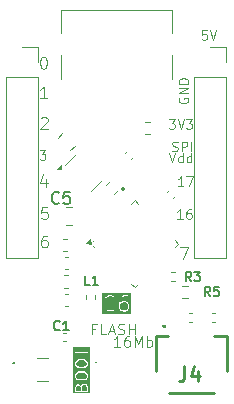
<source format=gbr>
%TF.GenerationSoftware,KiCad,Pcbnew,7.0.11-7.0.11~ubuntu22.04.1*%
%TF.CreationDate,2024-10-26T23:49:30+02:00*%
%TF.ProjectId,C6-40-Flash-test,43362d34-302d-4466-9c61-73682d746573,1.0*%
%TF.SameCoordinates,Original*%
%TF.FileFunction,Legend,Top*%
%TF.FilePolarity,Positive*%
%FSLAX46Y46*%
G04 Gerber Fmt 4.6, Leading zero omitted, Abs format (unit mm)*
G04 Created by KiCad (PCBNEW 7.0.11-7.0.11~ubuntu22.04.1) date 2024-10-26 23:49:30*
%MOMM*%
%LPD*%
G01*
G04 APERTURE LIST*
%ADD10C,0.100000*%
%ADD11C,0.254000*%
%ADD12C,0.150000*%
%ADD13C,0.140000*%
%ADD14C,0.120000*%
%ADD15C,0.200000*%
%ADD16C,0.152400*%
G04 APERTURE END LIST*
D10*
X142501503Y-108584657D02*
X141987217Y-108584657D01*
X142244360Y-108584657D02*
X142244360Y-107684657D01*
X142244360Y-107684657D02*
X142158646Y-107813228D01*
X142158646Y-107813228D02*
X142072931Y-107898942D01*
X142072931Y-107898942D02*
X141987217Y-107941800D01*
X143272932Y-107684657D02*
X143101503Y-107684657D01*
X143101503Y-107684657D02*
X143015789Y-107727514D01*
X143015789Y-107727514D02*
X142972932Y-107770371D01*
X142972932Y-107770371D02*
X142887217Y-107898942D01*
X142887217Y-107898942D02*
X142844360Y-108070371D01*
X142844360Y-108070371D02*
X142844360Y-108413228D01*
X142844360Y-108413228D02*
X142887217Y-108498942D01*
X142887217Y-108498942D02*
X142930074Y-108541800D01*
X142930074Y-108541800D02*
X143015789Y-108584657D01*
X143015789Y-108584657D02*
X143187217Y-108584657D01*
X143187217Y-108584657D02*
X143272932Y-108541800D01*
X143272932Y-108541800D02*
X143315789Y-108498942D01*
X143315789Y-108498942D02*
X143358646Y-108413228D01*
X143358646Y-108413228D02*
X143358646Y-108198942D01*
X143358646Y-108198942D02*
X143315789Y-108113228D01*
X143315789Y-108113228D02*
X143272932Y-108070371D01*
X143272932Y-108070371D02*
X143187217Y-108027514D01*
X143187217Y-108027514D02*
X143015789Y-108027514D01*
X143015789Y-108027514D02*
X142930074Y-108070371D01*
X142930074Y-108070371D02*
X142887217Y-108113228D01*
X142887217Y-108113228D02*
X142844360Y-108198942D01*
X143744360Y-108584657D02*
X143744360Y-107684657D01*
X143744360Y-107684657D02*
X144044360Y-108327514D01*
X144044360Y-108327514D02*
X144344360Y-107684657D01*
X144344360Y-107684657D02*
X144344360Y-108584657D01*
X144772931Y-108584657D02*
X144772931Y-107684657D01*
X144772931Y-108027514D02*
X144858646Y-107984657D01*
X144858646Y-107984657D02*
X145030074Y-107984657D01*
X145030074Y-107984657D02*
X145115788Y-108027514D01*
X145115788Y-108027514D02*
X145158646Y-108070371D01*
X145158646Y-108070371D02*
X145201503Y-108156085D01*
X145201503Y-108156085D02*
X145201503Y-108413228D01*
X145201503Y-108413228D02*
X145158646Y-108498942D01*
X145158646Y-108498942D02*
X145115788Y-108541800D01*
X145115788Y-108541800D02*
X145030074Y-108584657D01*
X145030074Y-108584657D02*
X144858646Y-108584657D01*
X144858646Y-108584657D02*
X144772931Y-108541800D01*
X146918169Y-91978800D02*
X147032455Y-92016895D01*
X147032455Y-92016895D02*
X147222931Y-92016895D01*
X147222931Y-92016895D02*
X147299122Y-91978800D01*
X147299122Y-91978800D02*
X147337217Y-91940704D01*
X147337217Y-91940704D02*
X147375312Y-91864514D01*
X147375312Y-91864514D02*
X147375312Y-91788323D01*
X147375312Y-91788323D02*
X147337217Y-91712133D01*
X147337217Y-91712133D02*
X147299122Y-91674038D01*
X147299122Y-91674038D02*
X147222931Y-91635942D01*
X147222931Y-91635942D02*
X147070550Y-91597847D01*
X147070550Y-91597847D02*
X146994360Y-91559752D01*
X146994360Y-91559752D02*
X146956265Y-91521657D01*
X146956265Y-91521657D02*
X146918169Y-91445466D01*
X146918169Y-91445466D02*
X146918169Y-91369276D01*
X146918169Y-91369276D02*
X146956265Y-91293085D01*
X146956265Y-91293085D02*
X146994360Y-91254990D01*
X146994360Y-91254990D02*
X147070550Y-91216895D01*
X147070550Y-91216895D02*
X147261027Y-91216895D01*
X147261027Y-91216895D02*
X147375312Y-91254990D01*
X147718170Y-92016895D02*
X147718170Y-91216895D01*
X147718170Y-91216895D02*
X148022932Y-91216895D01*
X148022932Y-91216895D02*
X148099122Y-91254990D01*
X148099122Y-91254990D02*
X148137217Y-91293085D01*
X148137217Y-91293085D02*
X148175313Y-91369276D01*
X148175313Y-91369276D02*
X148175313Y-91483561D01*
X148175313Y-91483561D02*
X148137217Y-91559752D01*
X148137217Y-91559752D02*
X148099122Y-91597847D01*
X148099122Y-91597847D02*
X148022932Y-91635942D01*
X148022932Y-91635942D02*
X147718170Y-91635942D01*
X148518170Y-92016895D02*
X148518170Y-91216895D01*
X136330074Y-96772419D02*
X135853884Y-96772419D01*
X135853884Y-96772419D02*
X135806265Y-97248609D01*
X135806265Y-97248609D02*
X135853884Y-97200990D01*
X135853884Y-97200990D02*
X135949122Y-97153371D01*
X135949122Y-97153371D02*
X136187217Y-97153371D01*
X136187217Y-97153371D02*
X136282455Y-97200990D01*
X136282455Y-97200990D02*
X136330074Y-97248609D01*
X136330074Y-97248609D02*
X136377693Y-97343847D01*
X136377693Y-97343847D02*
X136377693Y-97581942D01*
X136377693Y-97581942D02*
X136330074Y-97677180D01*
X136330074Y-97677180D02*
X136282455Y-97724800D01*
X136282455Y-97724800D02*
X136187217Y-97772419D01*
X136187217Y-97772419D02*
X135949122Y-97772419D01*
X135949122Y-97772419D02*
X135853884Y-97724800D01*
X135853884Y-97724800D02*
X135806265Y-97677180D01*
X146640074Y-89346895D02*
X147135312Y-89346895D01*
X147135312Y-89346895D02*
X146868646Y-89651657D01*
X146868646Y-89651657D02*
X146982931Y-89651657D01*
X146982931Y-89651657D02*
X147059122Y-89689752D01*
X147059122Y-89689752D02*
X147097217Y-89727847D01*
X147097217Y-89727847D02*
X147135312Y-89804038D01*
X147135312Y-89804038D02*
X147135312Y-89994514D01*
X147135312Y-89994514D02*
X147097217Y-90070704D01*
X147097217Y-90070704D02*
X147059122Y-90108800D01*
X147059122Y-90108800D02*
X146982931Y-90146895D01*
X146982931Y-90146895D02*
X146754360Y-90146895D01*
X146754360Y-90146895D02*
X146678169Y-90108800D01*
X146678169Y-90108800D02*
X146640074Y-90070704D01*
X147363884Y-89346895D02*
X147630551Y-90146895D01*
X147630551Y-90146895D02*
X147897217Y-89346895D01*
X148087693Y-89346895D02*
X148582931Y-89346895D01*
X148582931Y-89346895D02*
X148316265Y-89651657D01*
X148316265Y-89651657D02*
X148430550Y-89651657D01*
X148430550Y-89651657D02*
X148506741Y-89689752D01*
X148506741Y-89689752D02*
X148544836Y-89727847D01*
X148544836Y-89727847D02*
X148582931Y-89804038D01*
X148582931Y-89804038D02*
X148582931Y-89994514D01*
X148582931Y-89994514D02*
X148544836Y-90070704D01*
X148544836Y-90070704D02*
X148506741Y-90108800D01*
X148506741Y-90108800D02*
X148430550Y-90146895D01*
X148430550Y-90146895D02*
X148201979Y-90146895D01*
X148201979Y-90146895D02*
X148125788Y-90108800D01*
X148125788Y-90108800D02*
X148087693Y-90070704D01*
X147785312Y-97736895D02*
X147328169Y-97736895D01*
X147556741Y-97736895D02*
X147556741Y-96936895D01*
X147556741Y-96936895D02*
X147480550Y-97051180D01*
X147480550Y-97051180D02*
X147404360Y-97127371D01*
X147404360Y-97127371D02*
X147328169Y-97165466D01*
X148471027Y-96936895D02*
X148318646Y-96936895D01*
X148318646Y-96936895D02*
X148242455Y-96974990D01*
X148242455Y-96974990D02*
X148204360Y-97013085D01*
X148204360Y-97013085D02*
X148128170Y-97127371D01*
X148128170Y-97127371D02*
X148090074Y-97279752D01*
X148090074Y-97279752D02*
X148090074Y-97584514D01*
X148090074Y-97584514D02*
X148128170Y-97660704D01*
X148128170Y-97660704D02*
X148166265Y-97698800D01*
X148166265Y-97698800D02*
X148242455Y-97736895D01*
X148242455Y-97736895D02*
X148394836Y-97736895D01*
X148394836Y-97736895D02*
X148471027Y-97698800D01*
X148471027Y-97698800D02*
X148509122Y-97660704D01*
X148509122Y-97660704D02*
X148547217Y-97584514D01*
X148547217Y-97584514D02*
X148547217Y-97394038D01*
X148547217Y-97394038D02*
X148509122Y-97317847D01*
X148509122Y-97317847D02*
X148471027Y-97279752D01*
X148471027Y-97279752D02*
X148394836Y-97241657D01*
X148394836Y-97241657D02*
X148242455Y-97241657D01*
X148242455Y-97241657D02*
X148166265Y-97279752D01*
X148166265Y-97279752D02*
X148128170Y-97317847D01*
X148128170Y-97317847D02*
X148090074Y-97394038D01*
X140405074Y-107063228D02*
X140105074Y-107063228D01*
X140105074Y-107534657D02*
X140105074Y-106634657D01*
X140105074Y-106634657D02*
X140533646Y-106634657D01*
X141305075Y-107534657D02*
X140876503Y-107534657D01*
X140876503Y-107534657D02*
X140876503Y-106634657D01*
X141562217Y-107277514D02*
X141990789Y-107277514D01*
X141476503Y-107534657D02*
X141776503Y-106634657D01*
X141776503Y-106634657D02*
X142076503Y-107534657D01*
X142333646Y-107491800D02*
X142462218Y-107534657D01*
X142462218Y-107534657D02*
X142676503Y-107534657D01*
X142676503Y-107534657D02*
X142762218Y-107491800D01*
X142762218Y-107491800D02*
X142805075Y-107448942D01*
X142805075Y-107448942D02*
X142847932Y-107363228D01*
X142847932Y-107363228D02*
X142847932Y-107277514D01*
X142847932Y-107277514D02*
X142805075Y-107191800D01*
X142805075Y-107191800D02*
X142762218Y-107148942D01*
X142762218Y-107148942D02*
X142676503Y-107106085D01*
X142676503Y-107106085D02*
X142505075Y-107063228D01*
X142505075Y-107063228D02*
X142419360Y-107020371D01*
X142419360Y-107020371D02*
X142376503Y-106977514D01*
X142376503Y-106977514D02*
X142333646Y-106891800D01*
X142333646Y-106891800D02*
X142333646Y-106806085D01*
X142333646Y-106806085D02*
X142376503Y-106720371D01*
X142376503Y-106720371D02*
X142419360Y-106677514D01*
X142419360Y-106677514D02*
X142505075Y-106634657D01*
X142505075Y-106634657D02*
X142719360Y-106634657D01*
X142719360Y-106634657D02*
X142847932Y-106677514D01*
X143233646Y-107534657D02*
X143233646Y-106634657D01*
X143233646Y-107063228D02*
X143747932Y-107063228D01*
X143747932Y-107534657D02*
X143747932Y-106634657D01*
X147504990Y-87524687D02*
X147466895Y-87600877D01*
X147466895Y-87600877D02*
X147466895Y-87715163D01*
X147466895Y-87715163D02*
X147504990Y-87829449D01*
X147504990Y-87829449D02*
X147581180Y-87905639D01*
X147581180Y-87905639D02*
X147657371Y-87943734D01*
X147657371Y-87943734D02*
X147809752Y-87981830D01*
X147809752Y-87981830D02*
X147924038Y-87981830D01*
X147924038Y-87981830D02*
X148076419Y-87943734D01*
X148076419Y-87943734D02*
X148152609Y-87905639D01*
X148152609Y-87905639D02*
X148228800Y-87829449D01*
X148228800Y-87829449D02*
X148266895Y-87715163D01*
X148266895Y-87715163D02*
X148266895Y-87638972D01*
X148266895Y-87638972D02*
X148228800Y-87524687D01*
X148228800Y-87524687D02*
X148190704Y-87486591D01*
X148190704Y-87486591D02*
X147924038Y-87486591D01*
X147924038Y-87486591D02*
X147924038Y-87638972D01*
X148266895Y-87143734D02*
X147466895Y-87143734D01*
X147466895Y-87143734D02*
X148266895Y-86686591D01*
X148266895Y-86686591D02*
X147466895Y-86686591D01*
X148266895Y-86305639D02*
X147466895Y-86305639D01*
X147466895Y-86305639D02*
X147466895Y-86115163D01*
X147466895Y-86115163D02*
X147504990Y-86000877D01*
X147504990Y-86000877D02*
X147581180Y-85924687D01*
X147581180Y-85924687D02*
X147657371Y-85886592D01*
X147657371Y-85886592D02*
X147809752Y-85848496D01*
X147809752Y-85848496D02*
X147924038Y-85848496D01*
X147924038Y-85848496D02*
X148076419Y-85886592D01*
X148076419Y-85886592D02*
X148152609Y-85924687D01*
X148152609Y-85924687D02*
X148228800Y-86000877D01*
X148228800Y-86000877D02*
X148266895Y-86115163D01*
X148266895Y-86115163D02*
X148266895Y-86305639D01*
X135680074Y-91946895D02*
X136175312Y-91946895D01*
X136175312Y-91946895D02*
X135908646Y-92251657D01*
X135908646Y-92251657D02*
X136022931Y-92251657D01*
X136022931Y-92251657D02*
X136099122Y-92289752D01*
X136099122Y-92289752D02*
X136137217Y-92327847D01*
X136137217Y-92327847D02*
X136175312Y-92404038D01*
X136175312Y-92404038D02*
X136175312Y-92594514D01*
X136175312Y-92594514D02*
X136137217Y-92670704D01*
X136137217Y-92670704D02*
X136099122Y-92708800D01*
X136099122Y-92708800D02*
X136022931Y-92746895D01*
X136022931Y-92746895D02*
X135794360Y-92746895D01*
X135794360Y-92746895D02*
X135718169Y-92708800D01*
X135718169Y-92708800D02*
X135680074Y-92670704D01*
X135791265Y-89252657D02*
X135838884Y-89205038D01*
X135838884Y-89205038D02*
X135934122Y-89157419D01*
X135934122Y-89157419D02*
X136172217Y-89157419D01*
X136172217Y-89157419D02*
X136267455Y-89205038D01*
X136267455Y-89205038D02*
X136315074Y-89252657D01*
X136315074Y-89252657D02*
X136362693Y-89347895D01*
X136362693Y-89347895D02*
X136362693Y-89443133D01*
X136362693Y-89443133D02*
X136315074Y-89585990D01*
X136315074Y-89585990D02*
X135743646Y-90157419D01*
X135743646Y-90157419D02*
X136362693Y-90157419D01*
X146651979Y-92186895D02*
X146918646Y-92986895D01*
X146918646Y-92986895D02*
X147185312Y-92186895D01*
X147794836Y-92986895D02*
X147794836Y-92186895D01*
X147794836Y-92948800D02*
X147718645Y-92986895D01*
X147718645Y-92986895D02*
X147566264Y-92986895D01*
X147566264Y-92986895D02*
X147490074Y-92948800D01*
X147490074Y-92948800D02*
X147451979Y-92910704D01*
X147451979Y-92910704D02*
X147413883Y-92834514D01*
X147413883Y-92834514D02*
X147413883Y-92605942D01*
X147413883Y-92605942D02*
X147451979Y-92529752D01*
X147451979Y-92529752D02*
X147490074Y-92491657D01*
X147490074Y-92491657D02*
X147566264Y-92453561D01*
X147566264Y-92453561D02*
X147718645Y-92453561D01*
X147718645Y-92453561D02*
X147794836Y-92491657D01*
X148518646Y-92986895D02*
X148518646Y-92186895D01*
X148518646Y-92948800D02*
X148442455Y-92986895D01*
X148442455Y-92986895D02*
X148290074Y-92986895D01*
X148290074Y-92986895D02*
X148213884Y-92948800D01*
X148213884Y-92948800D02*
X148175789Y-92910704D01*
X148175789Y-92910704D02*
X148137693Y-92834514D01*
X148137693Y-92834514D02*
X148137693Y-92605942D01*
X148137693Y-92605942D02*
X148175789Y-92529752D01*
X148175789Y-92529752D02*
X148213884Y-92491657D01*
X148213884Y-92491657D02*
X148290074Y-92453561D01*
X148290074Y-92453561D02*
X148442455Y-92453561D01*
X148442455Y-92453561D02*
X148518646Y-92491657D01*
X147845312Y-94956895D02*
X147388169Y-94956895D01*
X147616741Y-94956895D02*
X147616741Y-94156895D01*
X147616741Y-94156895D02*
X147540550Y-94271180D01*
X147540550Y-94271180D02*
X147464360Y-94347371D01*
X147464360Y-94347371D02*
X147388169Y-94385466D01*
X148111979Y-94156895D02*
X148645313Y-94156895D01*
X148645313Y-94156895D02*
X148302455Y-94956895D01*
X135969360Y-84047419D02*
X136064598Y-84047419D01*
X136064598Y-84047419D02*
X136159836Y-84095038D01*
X136159836Y-84095038D02*
X136207455Y-84142657D01*
X136207455Y-84142657D02*
X136255074Y-84237895D01*
X136255074Y-84237895D02*
X136302693Y-84428371D01*
X136302693Y-84428371D02*
X136302693Y-84666466D01*
X136302693Y-84666466D02*
X136255074Y-84856942D01*
X136255074Y-84856942D02*
X136207455Y-84952180D01*
X136207455Y-84952180D02*
X136159836Y-84999800D01*
X136159836Y-84999800D02*
X136064598Y-85047419D01*
X136064598Y-85047419D02*
X135969360Y-85047419D01*
X135969360Y-85047419D02*
X135874122Y-84999800D01*
X135874122Y-84999800D02*
X135826503Y-84952180D01*
X135826503Y-84952180D02*
X135778884Y-84856942D01*
X135778884Y-84856942D02*
X135731265Y-84666466D01*
X135731265Y-84666466D02*
X135731265Y-84428371D01*
X135731265Y-84428371D02*
X135778884Y-84237895D01*
X135778884Y-84237895D02*
X135826503Y-84142657D01*
X135826503Y-84142657D02*
X135874122Y-84095038D01*
X135874122Y-84095038D02*
X135969360Y-84047419D01*
X136302693Y-87567419D02*
X135731265Y-87567419D01*
X136016979Y-87567419D02*
X136016979Y-86567419D01*
X136016979Y-86567419D02*
X135921741Y-86710276D01*
X135921741Y-86710276D02*
X135826503Y-86805514D01*
X135826503Y-86805514D02*
X135731265Y-86853133D01*
G36*
X143062837Y-104853939D02*
G01*
X143113267Y-104904369D01*
X143166265Y-105010364D01*
X143166265Y-105296282D01*
X143113267Y-105402278D01*
X143062838Y-105452706D01*
X142956843Y-105505704D01*
X142732831Y-105505704D01*
X142626832Y-105452705D01*
X142576405Y-105402278D01*
X142523408Y-105296281D01*
X142523408Y-105010363D01*
X142576405Y-104904368D01*
X142626834Y-104853940D01*
X142732830Y-104800942D01*
X142956843Y-104800942D01*
X143062837Y-104853939D01*
G37*
G36*
X143451979Y-105791418D02*
G01*
X140937694Y-105791418D01*
X140937694Y-104998561D01*
X141123408Y-104998561D01*
X141125834Y-105004417D01*
X141124901Y-105010688D01*
X141186805Y-105258307D01*
X141190188Y-105262873D01*
X141190591Y-105268541D01*
X141252496Y-105392351D01*
X141258712Y-105397742D01*
X141261862Y-105405345D01*
X141385672Y-105529155D01*
X141396423Y-105533608D01*
X141405216Y-105541234D01*
X141590930Y-105603138D01*
X141599138Y-105602554D01*
X141606741Y-105605704D01*
X141730550Y-105605704D01*
X141738152Y-105602554D01*
X141746361Y-105603138D01*
X141932076Y-105541234D01*
X141940867Y-105533609D01*
X141951621Y-105529155D01*
X142013524Y-105467250D01*
X142028168Y-105431895D01*
X142013524Y-105396540D01*
X141978168Y-105381896D01*
X141942813Y-105396540D01*
X141889255Y-105450098D01*
X141722437Y-105505704D01*
X141614855Y-105505704D01*
X141448035Y-105450098D01*
X141338309Y-105340372D01*
X141322165Y-105308085D01*
X142423408Y-105308085D01*
X142427861Y-105318835D01*
X142428686Y-105330445D01*
X142490590Y-105454255D01*
X142496807Y-105459647D01*
X142499957Y-105467250D01*
X142561862Y-105529155D01*
X142569464Y-105532303D01*
X142574857Y-105538522D01*
X142698666Y-105600425D01*
X142710273Y-105601249D01*
X142721027Y-105605704D01*
X142968646Y-105605704D01*
X142979398Y-105601250D01*
X142991007Y-105600425D01*
X143114815Y-105538522D01*
X143120207Y-105532304D01*
X143127810Y-105529155D01*
X143189715Y-105467250D01*
X143192864Y-105459647D01*
X143199081Y-105454256D01*
X143260986Y-105330445D01*
X143261810Y-105318837D01*
X143266265Y-105308085D01*
X143266265Y-104998561D01*
X143261811Y-104987808D01*
X143260986Y-104976200D01*
X143199081Y-104852391D01*
X143192864Y-104846999D01*
X143189715Y-104839397D01*
X143127810Y-104777492D01*
X143120207Y-104774342D01*
X143114816Y-104768126D01*
X142991007Y-104706221D01*
X142979398Y-104705395D01*
X142968646Y-104700942D01*
X142721027Y-104700942D01*
X142710274Y-104705396D01*
X142698667Y-104706221D01*
X142574856Y-104768126D01*
X142569464Y-104774342D01*
X142561862Y-104777492D01*
X142524426Y-104814927D01*
X142581718Y-104585756D01*
X142697980Y-104411365D01*
X142750644Y-104358701D01*
X142856639Y-104305704D01*
X143092455Y-104305704D01*
X143127810Y-104291059D01*
X143142455Y-104255704D01*
X143127810Y-104220349D01*
X143092455Y-104205704D01*
X142844836Y-104205704D01*
X142834083Y-104210157D01*
X142822475Y-104210983D01*
X142698666Y-104272888D01*
X142693274Y-104279104D01*
X142685672Y-104282254D01*
X142623767Y-104344159D01*
X142621797Y-104348914D01*
X142617520Y-104351779D01*
X142493710Y-104537493D01*
X142492012Y-104546072D01*
X142486805Y-104553101D01*
X142424901Y-104800720D01*
X142425834Y-104806990D01*
X142423408Y-104812847D01*
X142423408Y-105308085D01*
X141322165Y-105308085D01*
X141282487Y-105228728D01*
X141223408Y-104992406D01*
X141223408Y-104819001D01*
X141282487Y-104582679D01*
X141338309Y-104471036D01*
X141448035Y-104361310D01*
X141614855Y-104305704D01*
X141722437Y-104305704D01*
X141889254Y-104361309D01*
X141942813Y-104414869D01*
X141978168Y-104429513D01*
X142013524Y-104414869D01*
X142028168Y-104379514D01*
X142013524Y-104344159D01*
X141951621Y-104282254D01*
X141940868Y-104277800D01*
X141932077Y-104270175D01*
X141746361Y-104208270D01*
X141738153Y-104208853D01*
X141730550Y-104205704D01*
X141606741Y-104205704D01*
X141599138Y-104208853D01*
X141590930Y-104208270D01*
X141405216Y-104270175D01*
X141396424Y-104277800D01*
X141385672Y-104282254D01*
X141261862Y-104406064D01*
X141258712Y-104413666D01*
X141252496Y-104419058D01*
X141190591Y-104542867D01*
X141190188Y-104548534D01*
X141186805Y-104553101D01*
X141124901Y-104800720D01*
X141125834Y-104806990D01*
X141123408Y-104812847D01*
X141123408Y-104998561D01*
X140937694Y-104998561D01*
X140937694Y-104019990D01*
X143451979Y-104019990D01*
X143451979Y-105791418D01*
G37*
X147598646Y-100152419D02*
X148265312Y-100152419D01*
X148265312Y-100152419D02*
X147836741Y-101152419D01*
X136282455Y-99172419D02*
X136091979Y-99172419D01*
X136091979Y-99172419D02*
X135996741Y-99220038D01*
X135996741Y-99220038D02*
X135949122Y-99267657D01*
X135949122Y-99267657D02*
X135853884Y-99410514D01*
X135853884Y-99410514D02*
X135806265Y-99600990D01*
X135806265Y-99600990D02*
X135806265Y-99981942D01*
X135806265Y-99981942D02*
X135853884Y-100077180D01*
X135853884Y-100077180D02*
X135901503Y-100124800D01*
X135901503Y-100124800D02*
X135996741Y-100172419D01*
X135996741Y-100172419D02*
X136187217Y-100172419D01*
X136187217Y-100172419D02*
X136282455Y-100124800D01*
X136282455Y-100124800D02*
X136330074Y-100077180D01*
X136330074Y-100077180D02*
X136377693Y-99981942D01*
X136377693Y-99981942D02*
X136377693Y-99743847D01*
X136377693Y-99743847D02*
X136330074Y-99648609D01*
X136330074Y-99648609D02*
X136282455Y-99600990D01*
X136282455Y-99600990D02*
X136187217Y-99553371D01*
X136187217Y-99553371D02*
X135996741Y-99553371D01*
X135996741Y-99553371D02*
X135901503Y-99600990D01*
X135901503Y-99600990D02*
X135853884Y-99648609D01*
X135853884Y-99648609D02*
X135806265Y-99743847D01*
G36*
X139073753Y-111911017D02*
G01*
X139109897Y-111947162D01*
X139148609Y-112024585D01*
X139148609Y-112296115D01*
X138772419Y-112296115D01*
X138772419Y-112024585D01*
X138811130Y-111947161D01*
X138847275Y-111911017D01*
X138924699Y-111872306D01*
X138996330Y-111872306D01*
X139073753Y-111911017D01*
G37*
G36*
X139597561Y-111863398D02*
G01*
X139633708Y-111899544D01*
X139672419Y-111976966D01*
X139672419Y-112296115D01*
X139248609Y-112296115D01*
X139248609Y-112020895D01*
X139289929Y-111896933D01*
X139323465Y-111863398D01*
X139400889Y-111824687D01*
X139520139Y-111824687D01*
X139597561Y-111863398D01*
G37*
G36*
X139553998Y-110819835D02*
G01*
X139633707Y-110899544D01*
X139672419Y-110976966D01*
X139672419Y-111143835D01*
X139633707Y-111221257D01*
X139553998Y-111300966D01*
X139382930Y-111343734D01*
X139061907Y-111343734D01*
X138890837Y-111300966D01*
X138811131Y-111221260D01*
X138772419Y-111143836D01*
X138772419Y-110976966D01*
X138811131Y-110899542D01*
X138890837Y-110819835D01*
X139061907Y-110777068D01*
X139382930Y-110777068D01*
X139553998Y-110819835D01*
G37*
G36*
X139553998Y-109772216D02*
G01*
X139633707Y-109851925D01*
X139672419Y-109929347D01*
X139672419Y-110096216D01*
X139633707Y-110173638D01*
X139553998Y-110253347D01*
X139382930Y-110296115D01*
X139061907Y-110296115D01*
X138890837Y-110253347D01*
X138811131Y-110173641D01*
X138772419Y-110096217D01*
X138772419Y-109929347D01*
X138811131Y-109851923D01*
X138890837Y-109772216D01*
X139061907Y-109729449D01*
X139382930Y-109729449D01*
X139553998Y-109772216D01*
G37*
G36*
X139915276Y-112538972D02*
G01*
X138529562Y-112538972D01*
X138529562Y-112346115D01*
X138672419Y-112346115D01*
X138687064Y-112381470D01*
X138722419Y-112396115D01*
X139198609Y-112396115D01*
X139722419Y-112396115D01*
X139757774Y-112381470D01*
X139772419Y-112346115D01*
X139772419Y-111965163D01*
X139767965Y-111954410D01*
X139767140Y-111942802D01*
X139719521Y-111847564D01*
X139713304Y-111842172D01*
X139710155Y-111834569D01*
X139662535Y-111786950D01*
X139654931Y-111783800D01*
X139649540Y-111777584D01*
X139554303Y-111729966D01*
X139542694Y-111729140D01*
X139531942Y-111724687D01*
X139389085Y-111724687D01*
X139378332Y-111729140D01*
X139366724Y-111729966D01*
X139271486Y-111777585D01*
X139266094Y-111783801D01*
X139258491Y-111786951D01*
X139210873Y-111834570D01*
X139206419Y-111845322D01*
X139198794Y-111854114D01*
X139188057Y-111886323D01*
X139186345Y-111882188D01*
X139138726Y-111834570D01*
X139131123Y-111831420D01*
X139125731Y-111825203D01*
X139030494Y-111777585D01*
X139018885Y-111776759D01*
X139008133Y-111772306D01*
X138912895Y-111772306D01*
X138902142Y-111776759D01*
X138890534Y-111777585D01*
X138795296Y-111825204D01*
X138789904Y-111831420D01*
X138782301Y-111834570D01*
X138734683Y-111882189D01*
X138731533Y-111889791D01*
X138725316Y-111895184D01*
X138677698Y-111990421D01*
X138676872Y-112002029D01*
X138672419Y-112012782D01*
X138672419Y-112346115D01*
X138529562Y-112346115D01*
X138529562Y-111155639D01*
X138672419Y-111155639D01*
X138676872Y-111166391D01*
X138677698Y-111178000D01*
X138725316Y-111273237D01*
X138731533Y-111278629D01*
X138734683Y-111286232D01*
X138829921Y-111381470D01*
X138842343Y-111386615D01*
X138853149Y-111394622D01*
X139043625Y-111442241D01*
X139049895Y-111441307D01*
X139055752Y-111443734D01*
X139389085Y-111443734D01*
X139394941Y-111441307D01*
X139401212Y-111442241D01*
X139591688Y-111394622D01*
X139602491Y-111386617D01*
X139614916Y-111381471D01*
X139710155Y-111286232D01*
X139713304Y-111278629D01*
X139719521Y-111273238D01*
X139767140Y-111178000D01*
X139767965Y-111166391D01*
X139772419Y-111155639D01*
X139772419Y-110965163D01*
X139767965Y-110954410D01*
X139767140Y-110942802D01*
X139719521Y-110847564D01*
X139713304Y-110842172D01*
X139710155Y-110834570D01*
X139614916Y-110739331D01*
X139602491Y-110734184D01*
X139591688Y-110726180D01*
X139401212Y-110678561D01*
X139394941Y-110679494D01*
X139389085Y-110677068D01*
X139055752Y-110677068D01*
X139049895Y-110679494D01*
X139043625Y-110678561D01*
X138853149Y-110726180D01*
X138842343Y-110734186D01*
X138829921Y-110739332D01*
X138734683Y-110834570D01*
X138731533Y-110842172D01*
X138725316Y-110847565D01*
X138677698Y-110942802D01*
X138676872Y-110954410D01*
X138672419Y-110965163D01*
X138672419Y-111155639D01*
X138529562Y-111155639D01*
X138529562Y-110108020D01*
X138672419Y-110108020D01*
X138676872Y-110118772D01*
X138677698Y-110130381D01*
X138725316Y-110225618D01*
X138731533Y-110231010D01*
X138734683Y-110238613D01*
X138829921Y-110333851D01*
X138842343Y-110338996D01*
X138853149Y-110347003D01*
X139043625Y-110394622D01*
X139049895Y-110393688D01*
X139055752Y-110396115D01*
X139389085Y-110396115D01*
X139394941Y-110393688D01*
X139401212Y-110394622D01*
X139591688Y-110347003D01*
X139602491Y-110338998D01*
X139614916Y-110333852D01*
X139710155Y-110238613D01*
X139713304Y-110231010D01*
X139719521Y-110225619D01*
X139767140Y-110130381D01*
X139767965Y-110118772D01*
X139772419Y-110108020D01*
X139772419Y-109917544D01*
X139767965Y-109906791D01*
X139767140Y-109895183D01*
X139719521Y-109799945D01*
X139713304Y-109794553D01*
X139710155Y-109786951D01*
X139614916Y-109691712D01*
X139602491Y-109686565D01*
X139591688Y-109678561D01*
X139401212Y-109630942D01*
X139394941Y-109631875D01*
X139389085Y-109629449D01*
X139055752Y-109629449D01*
X139049895Y-109631875D01*
X139043625Y-109630942D01*
X138853149Y-109678561D01*
X138842343Y-109686567D01*
X138829921Y-109691713D01*
X138734683Y-109786951D01*
X138731533Y-109794553D01*
X138725316Y-109799946D01*
X138677698Y-109895183D01*
X138676872Y-109906791D01*
X138672419Y-109917544D01*
X138672419Y-110108020D01*
X138529562Y-110108020D01*
X138529562Y-109393734D01*
X138672419Y-109393734D01*
X138687064Y-109429089D01*
X138722419Y-109443734D01*
X138757774Y-109429089D01*
X138772419Y-109393734D01*
X138772419Y-109158020D01*
X139722419Y-109158020D01*
X139757774Y-109143375D01*
X139772419Y-109108020D01*
X139757774Y-109072665D01*
X139722419Y-109058020D01*
X138772419Y-109058020D01*
X138772419Y-108822306D01*
X138757774Y-108786951D01*
X138722419Y-108772306D01*
X138687064Y-108786951D01*
X138672419Y-108822306D01*
X138672419Y-109393734D01*
X138529562Y-109393734D01*
X138529562Y-108629449D01*
X139915276Y-108629449D01*
X139915276Y-112538972D01*
G37*
X149837217Y-81776895D02*
X149456265Y-81776895D01*
X149456265Y-81776895D02*
X149418169Y-82157847D01*
X149418169Y-82157847D02*
X149456265Y-82119752D01*
X149456265Y-82119752D02*
X149532455Y-82081657D01*
X149532455Y-82081657D02*
X149722931Y-82081657D01*
X149722931Y-82081657D02*
X149799122Y-82119752D01*
X149799122Y-82119752D02*
X149837217Y-82157847D01*
X149837217Y-82157847D02*
X149875312Y-82234038D01*
X149875312Y-82234038D02*
X149875312Y-82424514D01*
X149875312Y-82424514D02*
X149837217Y-82500704D01*
X149837217Y-82500704D02*
X149799122Y-82538800D01*
X149799122Y-82538800D02*
X149722931Y-82576895D01*
X149722931Y-82576895D02*
X149532455Y-82576895D01*
X149532455Y-82576895D02*
X149456265Y-82538800D01*
X149456265Y-82538800D02*
X149418169Y-82500704D01*
X150103884Y-81776895D02*
X150370551Y-82576895D01*
X150370551Y-82576895D02*
X150637217Y-81776895D01*
X136232455Y-94355752D02*
X136232455Y-95022419D01*
X135994360Y-93974800D02*
X135756265Y-94689085D01*
X135756265Y-94689085D02*
X136375312Y-94689085D01*
D11*
X147933667Y-110242688D02*
X147933667Y-111149831D01*
X147933667Y-111149831D02*
X147873190Y-111331259D01*
X147873190Y-111331259D02*
X147752238Y-111452212D01*
X147752238Y-111452212D02*
X147570809Y-111512688D01*
X147570809Y-111512688D02*
X147449857Y-111512688D01*
X149082714Y-110666021D02*
X149082714Y-111512688D01*
X148780333Y-110182212D02*
X148477952Y-111089354D01*
X148477952Y-111089354D02*
X149264143Y-111089354D01*
D12*
X139936666Y-103367295D02*
X139555714Y-103367295D01*
X139555714Y-103367295D02*
X139555714Y-102567295D01*
X140622380Y-103367295D02*
X140165237Y-103367295D01*
X140393809Y-103367295D02*
X140393809Y-102567295D01*
X140393809Y-102567295D02*
X140317618Y-102681580D01*
X140317618Y-102681580D02*
X140241428Y-102757771D01*
X140241428Y-102757771D02*
X140165237Y-102795866D01*
X148526667Y-103037295D02*
X148260000Y-102656342D01*
X148069524Y-103037295D02*
X148069524Y-102237295D01*
X148069524Y-102237295D02*
X148374286Y-102237295D01*
X148374286Y-102237295D02*
X148450476Y-102275390D01*
X148450476Y-102275390D02*
X148488571Y-102313485D01*
X148488571Y-102313485D02*
X148526667Y-102389676D01*
X148526667Y-102389676D02*
X148526667Y-102503961D01*
X148526667Y-102503961D02*
X148488571Y-102580152D01*
X148488571Y-102580152D02*
X148450476Y-102618247D01*
X148450476Y-102618247D02*
X148374286Y-102656342D01*
X148374286Y-102656342D02*
X148069524Y-102656342D01*
X148793333Y-102237295D02*
X149288571Y-102237295D01*
X149288571Y-102237295D02*
X149021905Y-102542057D01*
X149021905Y-102542057D02*
X149136190Y-102542057D01*
X149136190Y-102542057D02*
X149212381Y-102580152D01*
X149212381Y-102580152D02*
X149250476Y-102618247D01*
X149250476Y-102618247D02*
X149288571Y-102694438D01*
X149288571Y-102694438D02*
X149288571Y-102884914D01*
X149288571Y-102884914D02*
X149250476Y-102961104D01*
X149250476Y-102961104D02*
X149212381Y-102999200D01*
X149212381Y-102999200D02*
X149136190Y-103037295D01*
X149136190Y-103037295D02*
X148907619Y-103037295D01*
X148907619Y-103037295D02*
X148831428Y-102999200D01*
X148831428Y-102999200D02*
X148793333Y-102961104D01*
X137308333Y-96384580D02*
X137260714Y-96432200D01*
X137260714Y-96432200D02*
X137117857Y-96479819D01*
X137117857Y-96479819D02*
X137022619Y-96479819D01*
X137022619Y-96479819D02*
X136879762Y-96432200D01*
X136879762Y-96432200D02*
X136784524Y-96336961D01*
X136784524Y-96336961D02*
X136736905Y-96241723D01*
X136736905Y-96241723D02*
X136689286Y-96051247D01*
X136689286Y-96051247D02*
X136689286Y-95908390D01*
X136689286Y-95908390D02*
X136736905Y-95717914D01*
X136736905Y-95717914D02*
X136784524Y-95622676D01*
X136784524Y-95622676D02*
X136879762Y-95527438D01*
X136879762Y-95527438D02*
X137022619Y-95479819D01*
X137022619Y-95479819D02*
X137117857Y-95479819D01*
X137117857Y-95479819D02*
X137260714Y-95527438D01*
X137260714Y-95527438D02*
X137308333Y-95575057D01*
X138213095Y-95479819D02*
X137736905Y-95479819D01*
X137736905Y-95479819D02*
X137689286Y-95956009D01*
X137689286Y-95956009D02*
X137736905Y-95908390D01*
X137736905Y-95908390D02*
X137832143Y-95860771D01*
X137832143Y-95860771D02*
X138070238Y-95860771D01*
X138070238Y-95860771D02*
X138165476Y-95908390D01*
X138165476Y-95908390D02*
X138213095Y-95956009D01*
X138213095Y-95956009D02*
X138260714Y-96051247D01*
X138260714Y-96051247D02*
X138260714Y-96289342D01*
X138260714Y-96289342D02*
X138213095Y-96384580D01*
X138213095Y-96384580D02*
X138165476Y-96432200D01*
X138165476Y-96432200D02*
X138070238Y-96479819D01*
X138070238Y-96479819D02*
X137832143Y-96479819D01*
X137832143Y-96479819D02*
X137736905Y-96432200D01*
X137736905Y-96432200D02*
X137689286Y-96384580D01*
D13*
X137366667Y-107136624D02*
X137328571Y-107174720D01*
X137328571Y-107174720D02*
X137214286Y-107212815D01*
X137214286Y-107212815D02*
X137138095Y-107212815D01*
X137138095Y-107212815D02*
X137023809Y-107174720D01*
X137023809Y-107174720D02*
X136947619Y-107098529D01*
X136947619Y-107098529D02*
X136909524Y-107022339D01*
X136909524Y-107022339D02*
X136871428Y-106869958D01*
X136871428Y-106869958D02*
X136871428Y-106755672D01*
X136871428Y-106755672D02*
X136909524Y-106603291D01*
X136909524Y-106603291D02*
X136947619Y-106527100D01*
X136947619Y-106527100D02*
X137023809Y-106450910D01*
X137023809Y-106450910D02*
X137138095Y-106412815D01*
X137138095Y-106412815D02*
X137214286Y-106412815D01*
X137214286Y-106412815D02*
X137328571Y-106450910D01*
X137328571Y-106450910D02*
X137366667Y-106489005D01*
X138128571Y-107212815D02*
X137671428Y-107212815D01*
X137900000Y-107212815D02*
X137900000Y-106412815D01*
X137900000Y-106412815D02*
X137823809Y-106527100D01*
X137823809Y-106527100D02*
X137747619Y-106603291D01*
X137747619Y-106603291D02*
X137671428Y-106641386D01*
D12*
X150106667Y-104297295D02*
X149840000Y-103916342D01*
X149649524Y-104297295D02*
X149649524Y-103497295D01*
X149649524Y-103497295D02*
X149954286Y-103497295D01*
X149954286Y-103497295D02*
X150030476Y-103535390D01*
X150030476Y-103535390D02*
X150068571Y-103573485D01*
X150068571Y-103573485D02*
X150106667Y-103649676D01*
X150106667Y-103649676D02*
X150106667Y-103763961D01*
X150106667Y-103763961D02*
X150068571Y-103840152D01*
X150068571Y-103840152D02*
X150030476Y-103878247D01*
X150030476Y-103878247D02*
X149954286Y-103916342D01*
X149954286Y-103916342D02*
X149649524Y-103916342D01*
X150830476Y-103497295D02*
X150449524Y-103497295D01*
X150449524Y-103497295D02*
X150411428Y-103878247D01*
X150411428Y-103878247D02*
X150449524Y-103840152D01*
X150449524Y-103840152D02*
X150525714Y-103802057D01*
X150525714Y-103802057D02*
X150716190Y-103802057D01*
X150716190Y-103802057D02*
X150792381Y-103840152D01*
X150792381Y-103840152D02*
X150830476Y-103878247D01*
X150830476Y-103878247D02*
X150868571Y-103954438D01*
X150868571Y-103954438D02*
X150868571Y-104144914D01*
X150868571Y-104144914D02*
X150830476Y-104221104D01*
X150830476Y-104221104D02*
X150792381Y-104259200D01*
X150792381Y-104259200D02*
X150716190Y-104297295D01*
X150716190Y-104297295D02*
X150525714Y-104297295D01*
X150525714Y-104297295D02*
X150449524Y-104259200D01*
X150449524Y-104259200D02*
X150411428Y-104221104D01*
D14*
%TO.C,R7*%
X148296359Y-105770000D02*
X148603641Y-105770000D01*
X148296359Y-106530000D02*
X148603641Y-106530000D01*
%TO.C,R2*%
X150553641Y-106530000D02*
X150246359Y-106530000D01*
X150553641Y-105770000D02*
X150246359Y-105770000D01*
D11*
%TO.C,J4*%
X145535000Y-107644370D02*
X145535000Y-110624370D01*
X145535000Y-107644370D02*
X146564000Y-107644370D01*
X146629000Y-112494370D02*
X150438000Y-112494370D01*
X151535000Y-107644370D02*
X150472000Y-107644370D01*
X151535000Y-107644370D02*
X151535000Y-110624370D01*
X146297370Y-106852370D02*
G75*
G03*
X146176630Y-106852370I-60370J0D01*
G01*
X146176630Y-106852370D02*
G75*
G03*
X146297370Y-106852370I60370J0D01*
G01*
D14*
%TO.C,L1*%
X137777221Y-102555000D02*
X138102779Y-102555000D01*
X137777221Y-103575000D02*
X138102779Y-103575000D01*
%TO.C,C7*%
X137799420Y-104095000D02*
X138080580Y-104095000D01*
X137799420Y-105115000D02*
X138080580Y-105115000D01*
%TO.C,R3*%
X146806359Y-102265000D02*
X147113641Y-102265000D01*
X146806359Y-103025000D02*
X147113641Y-103025000D01*
%TO.C,R1*%
X144582742Y-89562500D02*
X145057258Y-89562500D01*
X144582742Y-90607500D02*
X145057258Y-90607500D01*
%TO.C,C5*%
X138461252Y-98240000D02*
X137938748Y-98240000D01*
X138461252Y-96770000D02*
X137938748Y-96770000D01*
%TO.C,R6*%
X140350000Y-104241359D02*
X140350000Y-104548641D01*
X139590000Y-104241359D02*
X139590000Y-104548641D01*
%TO.C,C1*%
X137682164Y-107425000D02*
X137897836Y-107425000D01*
X137682164Y-108145000D02*
X137897836Y-108145000D01*
%TO.C,R4*%
X142350593Y-95293334D02*
X142015060Y-95628867D01*
X141611666Y-94554407D02*
X141276133Y-94889940D01*
%TO.C,U2*%
X140027431Y-99856472D02*
X139624380Y-99792832D01*
X139963791Y-99453421D01*
X140027431Y-99856472D01*
G36*
X140027431Y-99856472D02*
G01*
X139624380Y-99792832D01*
X139963791Y-99453421D01*
X140027431Y-99856472D01*
G37*
X147409625Y-99856472D02*
X147109105Y-99555952D01*
X143718528Y-96165375D02*
X144019048Y-96465895D01*
X147109105Y-100156992D02*
X147409625Y-99856472D01*
X143418008Y-96465895D02*
X143718528Y-96165375D01*
X144019048Y-103247049D02*
X143718528Y-103547569D01*
X140327951Y-99555952D02*
X140239563Y-99644340D01*
X143718528Y-103547569D02*
X143418008Y-103247049D01*
X140327951Y-100156992D02*
X140197136Y-100026178D01*
%TO.C,J2*%
X132860000Y-85775000D02*
X132860000Y-101075000D01*
X132860000Y-85775000D02*
X135520000Y-85775000D01*
X132860000Y-101075000D02*
X135520000Y-101075000D01*
X134190000Y-83175000D02*
X135520000Y-83175000D01*
X135520000Y-83175000D02*
X135520000Y-84505000D01*
X135520000Y-85775000D02*
X135520000Y-101075000D01*
%TO.C,J3*%
X148770000Y-85775000D02*
X148770000Y-101075000D01*
X148770000Y-85775000D02*
X151430000Y-85775000D01*
X148770000Y-101075000D02*
X151430000Y-101075000D01*
X150100000Y-83175000D02*
X151430000Y-83175000D01*
X151430000Y-83175000D02*
X151430000Y-84505000D01*
X151430000Y-85775000D02*
X151430000Y-101075000D01*
%TO.C,L2*%
X137687221Y-99490000D02*
X138012779Y-99490000D01*
X137687221Y-100510000D02*
X138012779Y-100510000D01*
D10*
%TO.C,IC1*%
X140350000Y-109900000D02*
X140350000Y-109900000D01*
X140450000Y-109900000D02*
X140450000Y-109900000D01*
X140450000Y-109900000D02*
G75*
G03*
X140350000Y-109900000I-50000J0D01*
G01*
X140350000Y-109900000D02*
G75*
G03*
X140450000Y-109900000I50000J0D01*
G01*
D14*
%TO.C,C4*%
X137235543Y-90890010D02*
X137605010Y-90520543D01*
X138274990Y-91929457D02*
X138644457Y-91559990D01*
D15*
%TO.C,SW1*%
X133430000Y-109965000D02*
X133430000Y-109965000D01*
X133430000Y-109965000D02*
X133430000Y-109965000D01*
X133530000Y-109965000D02*
X133530000Y-109965000D01*
D10*
X135430000Y-109515000D02*
X135430000Y-109515000D01*
X135430000Y-109515000D02*
X136430000Y-109515000D01*
X135430000Y-111465000D02*
X135430000Y-111465000D01*
X135430000Y-111465000D02*
X136430000Y-111465000D01*
X136430000Y-109515000D02*
X135430000Y-109515000D01*
X136430000Y-109515000D02*
X136430000Y-109515000D01*
X136430000Y-111465000D02*
X135430000Y-111465000D01*
X136430000Y-111465000D02*
X136430000Y-111465000D01*
D15*
X133530000Y-109965000D02*
G75*
G03*
X133430000Y-109965000I-50000J0D01*
G01*
X133430000Y-109965000D02*
G75*
G03*
X133530000Y-109965000I50000J0D01*
G01*
X133430000Y-109965000D02*
G75*
G03*
X133530000Y-109965000I50000J0D01*
G01*
D14*
%TO.C,C6*%
X137799420Y-101025000D02*
X138080580Y-101025000D01*
X137799420Y-102045000D02*
X138080580Y-102045000D01*
D16*
%TO.C,X1*%
X142884420Y-95207581D02*
G75*
G03*
X142630420Y-95207581I-127000J0D01*
G01*
X142630420Y-95207581D02*
G75*
G03*
X142884420Y-95207581I127000J0D01*
G01*
D14*
%TO.C,J1*%
X137490000Y-81985000D02*
X137490000Y-80085000D01*
X137490000Y-85885000D02*
X137490000Y-83885000D01*
X146890000Y-80085000D02*
X137490000Y-80085000D01*
X146890000Y-81985000D02*
X146890000Y-80085000D01*
X146890000Y-85885000D02*
X146890000Y-83885000D01*
%TO.C,R5*%
X147752742Y-103412500D02*
X148227258Y-103412500D01*
X147752742Y-104457500D02*
X148227258Y-104457500D01*
%TO.C,U3*%
X138318074Y-92707249D02*
X137858455Y-93166869D01*
X138318074Y-92707249D02*
X138777694Y-92247630D01*
X140524248Y-94913423D02*
X140064628Y-95373042D01*
X140524248Y-94913423D02*
X140983867Y-94453803D01*
X137531418Y-93564616D02*
X137128367Y-93500977D01*
X137467779Y-93161566D01*
X137531418Y-93564616D01*
G36*
X137531418Y-93564616D02*
G01*
X137128367Y-93500977D01*
X137467779Y-93161566D01*
X137531418Y-93564616D01*
G37*
%TO.C,C2*%
X143570810Y-92563307D02*
X143418307Y-92715810D01*
X143061693Y-92054190D02*
X142909190Y-92206693D01*
%TO.C,C3*%
X147160810Y-95803307D02*
X147008307Y-95955810D01*
X146651693Y-95294190D02*
X146499190Y-95446693D01*
%TD*%
M02*

</source>
